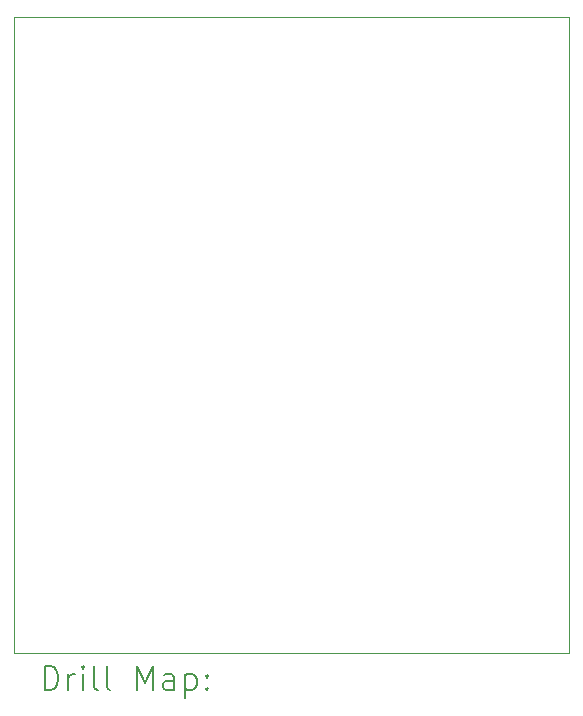
<source format=gbr>
%TF.GenerationSoftware,KiCad,Pcbnew,8.0.4*%
%TF.CreationDate,2024-11-26T22:54:28-05:00*%
%TF.ProjectId,buck_converter_lm2596_5V,6275636b-5f63-46f6-9e76-65727465725f,rev?*%
%TF.SameCoordinates,Original*%
%TF.FileFunction,Drillmap*%
%TF.FilePolarity,Positive*%
%FSLAX45Y45*%
G04 Gerber Fmt 4.5, Leading zero omitted, Abs format (unit mm)*
G04 Created by KiCad (PCBNEW 8.0.4) date 2024-11-26 22:54:28*
%MOMM*%
%LPD*%
G01*
G04 APERTURE LIST*
%ADD10C,0.050000*%
%ADD11C,0.200000*%
G04 APERTURE END LIST*
D10*
X13716000Y-5461000D02*
X18415000Y-5461000D01*
X18415000Y-10845800D01*
X13716000Y-10845800D01*
X13716000Y-5461000D01*
D11*
X13974277Y-11159784D02*
X13974277Y-10959784D01*
X13974277Y-10959784D02*
X14021896Y-10959784D01*
X14021896Y-10959784D02*
X14050467Y-10969308D01*
X14050467Y-10969308D02*
X14069515Y-10988355D01*
X14069515Y-10988355D02*
X14079039Y-11007403D01*
X14079039Y-11007403D02*
X14088562Y-11045498D01*
X14088562Y-11045498D02*
X14088562Y-11074070D01*
X14088562Y-11074070D02*
X14079039Y-11112165D01*
X14079039Y-11112165D02*
X14069515Y-11131212D01*
X14069515Y-11131212D02*
X14050467Y-11150260D01*
X14050467Y-11150260D02*
X14021896Y-11159784D01*
X14021896Y-11159784D02*
X13974277Y-11159784D01*
X14174277Y-11159784D02*
X14174277Y-11026450D01*
X14174277Y-11064546D02*
X14183801Y-11045498D01*
X14183801Y-11045498D02*
X14193324Y-11035974D01*
X14193324Y-11035974D02*
X14212372Y-11026450D01*
X14212372Y-11026450D02*
X14231420Y-11026450D01*
X14298086Y-11159784D02*
X14298086Y-11026450D01*
X14298086Y-10959784D02*
X14288562Y-10969308D01*
X14288562Y-10969308D02*
X14298086Y-10978831D01*
X14298086Y-10978831D02*
X14307610Y-10969308D01*
X14307610Y-10969308D02*
X14298086Y-10959784D01*
X14298086Y-10959784D02*
X14298086Y-10978831D01*
X14421896Y-11159784D02*
X14402848Y-11150260D01*
X14402848Y-11150260D02*
X14393324Y-11131212D01*
X14393324Y-11131212D02*
X14393324Y-10959784D01*
X14526658Y-11159784D02*
X14507610Y-11150260D01*
X14507610Y-11150260D02*
X14498086Y-11131212D01*
X14498086Y-11131212D02*
X14498086Y-10959784D01*
X14755229Y-11159784D02*
X14755229Y-10959784D01*
X14755229Y-10959784D02*
X14821896Y-11102641D01*
X14821896Y-11102641D02*
X14888562Y-10959784D01*
X14888562Y-10959784D02*
X14888562Y-11159784D01*
X15069515Y-11159784D02*
X15069515Y-11055022D01*
X15069515Y-11055022D02*
X15059991Y-11035974D01*
X15059991Y-11035974D02*
X15040943Y-11026450D01*
X15040943Y-11026450D02*
X15002848Y-11026450D01*
X15002848Y-11026450D02*
X14983801Y-11035974D01*
X15069515Y-11150260D02*
X15050467Y-11159784D01*
X15050467Y-11159784D02*
X15002848Y-11159784D01*
X15002848Y-11159784D02*
X14983801Y-11150260D01*
X14983801Y-11150260D02*
X14974277Y-11131212D01*
X14974277Y-11131212D02*
X14974277Y-11112165D01*
X14974277Y-11112165D02*
X14983801Y-11093117D01*
X14983801Y-11093117D02*
X15002848Y-11083593D01*
X15002848Y-11083593D02*
X15050467Y-11083593D01*
X15050467Y-11083593D02*
X15069515Y-11074070D01*
X15164753Y-11026450D02*
X15164753Y-11226450D01*
X15164753Y-11035974D02*
X15183801Y-11026450D01*
X15183801Y-11026450D02*
X15221896Y-11026450D01*
X15221896Y-11026450D02*
X15240943Y-11035974D01*
X15240943Y-11035974D02*
X15250467Y-11045498D01*
X15250467Y-11045498D02*
X15259991Y-11064546D01*
X15259991Y-11064546D02*
X15259991Y-11121689D01*
X15259991Y-11121689D02*
X15250467Y-11140736D01*
X15250467Y-11140736D02*
X15240943Y-11150260D01*
X15240943Y-11150260D02*
X15221896Y-11159784D01*
X15221896Y-11159784D02*
X15183801Y-11159784D01*
X15183801Y-11159784D02*
X15164753Y-11150260D01*
X15345705Y-11140736D02*
X15355229Y-11150260D01*
X15355229Y-11150260D02*
X15345705Y-11159784D01*
X15345705Y-11159784D02*
X15336182Y-11150260D01*
X15336182Y-11150260D02*
X15345705Y-11140736D01*
X15345705Y-11140736D02*
X15345705Y-11159784D01*
X15345705Y-11035974D02*
X15355229Y-11045498D01*
X15355229Y-11045498D02*
X15345705Y-11055022D01*
X15345705Y-11055022D02*
X15336182Y-11045498D01*
X15336182Y-11045498D02*
X15345705Y-11035974D01*
X15345705Y-11035974D02*
X15345705Y-11055022D01*
M02*

</source>
